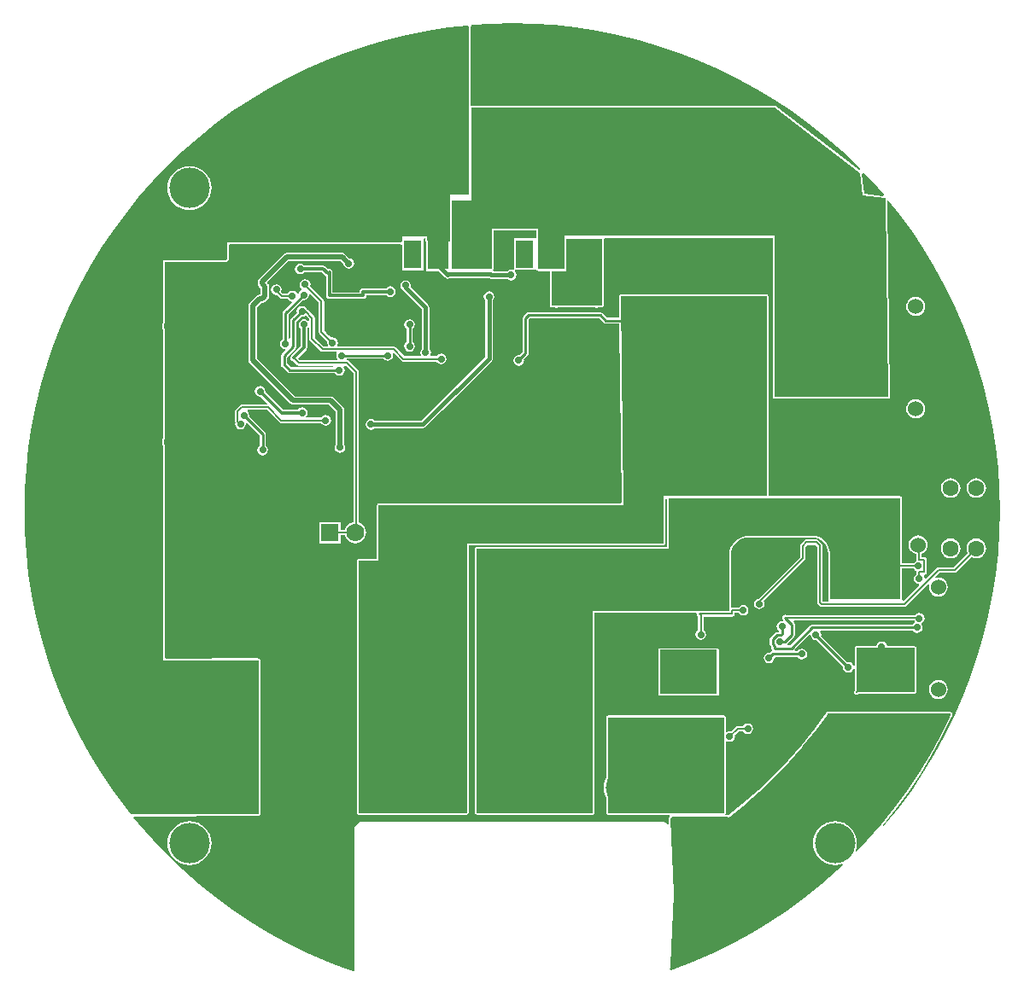
<source format=gbl>
G04 Layer_Physical_Order=2*
G04 Layer_Color=11436288*
%FSAX24Y24*%
%MOIN*%
G70*
G01*
G75*
%ADD28C,0.0071*%
%ADD29C,0.0100*%
%ADD30C,0.0197*%
%ADD31C,0.0157*%
%ADD32C,0.0118*%
%ADD33C,0.0189*%
%ADD34R,0.2234X0.1722*%
%ADD35R,0.0787X0.1181*%
%ADD36R,0.4528X0.3740*%
%ADD37O,0.0700X0.1100*%
%ADD38R,0.0700X0.1100*%
%ADD39C,0.0512*%
%ADD40R,0.0512X0.0512*%
%ADD41C,0.0591*%
%ADD42C,0.0630*%
%ADD43C,0.0600*%
%ADD44R,0.0700X0.0700*%
%ADD45C,0.0700*%
%ADD46C,0.0660*%
%ADD47C,0.2362*%
%ADD48C,0.1575*%
%ADD49C,0.1500*%
%ADD50C,0.0276*%
%ADD51C,0.0500*%
%ADD52C,0.0197*%
%ADD53R,0.2264X0.1722*%
G36*
X028698Y047380D02*
X026729D01*
Y048718D01*
X027320D01*
Y049348D01*
Y049988D01*
X028698D01*
Y047380D01*
D02*
G37*
G36*
X026149Y050096D02*
Y050023D01*
X026107Y050005D01*
X026099Y050005D01*
X025273D01*
Y048794D01*
X025239Y048769D01*
X025226Y048764D01*
X025150Y048779D01*
X025070Y048763D01*
X025004Y048719D01*
X024470D01*
X024455Y048769D01*
X024458Y048771D01*
X024472Y048793D01*
X024478Y048819D01*
Y050325D01*
X026149D01*
Y050096D01*
D02*
G37*
G36*
X038780Y052559D02*
X038878Y051673D01*
X039764Y051575D01*
X039862Y043799D01*
X035433D01*
Y050096D01*
X027241D01*
Y048797D01*
X026217D01*
Y050096D01*
Y050394D01*
X024409D01*
Y048819D01*
X022835D01*
Y051476D01*
X023622D01*
Y055118D01*
X035433D01*
X038780Y052559D01*
D02*
G37*
G36*
X042252Y031456D02*
X042252D01*
X042252Y031456D01*
X042259Y031454D01*
X042291Y031441D01*
X042296Y031438D01*
X042299Y031434D01*
X042299Y031434D01*
X042299Y031434D01*
X042300Y031432D01*
X042301Y031430D01*
X042311Y031388D01*
X042306Y031373D01*
X042286Y031343D01*
X042286D01*
Y031343D01*
X042280Y031328D01*
X042269Y031298D01*
X042260Y031278D01*
Y031278D01*
X041894Y030536D01*
X041496Y029811D01*
X041067Y029104D01*
X040608Y028417D01*
X040119Y027750D01*
X039601Y027105D01*
X039056Y026483D01*
X038641Y026049D01*
X038596Y026075D01*
X038637Y026210D01*
X038654Y026378D01*
X038637Y026545D01*
X038588Y026706D01*
X038509Y026855D01*
X038402Y026985D01*
X038272Y027092D01*
X038124Y027171D01*
X037963Y027220D01*
X037795Y027236D01*
X037628Y027220D01*
X037467Y027171D01*
X037318Y027092D01*
X037188Y026985D01*
X037081Y026855D01*
X037002Y026706D01*
X036953Y026545D01*
X036937Y026378D01*
X036953Y026210D01*
X037002Y026049D01*
X037081Y025901D01*
X037188Y025771D01*
X037318Y025664D01*
X037467Y025585D01*
X037628Y025536D01*
X037795Y025519D01*
X037963Y025536D01*
X038085Y025573D01*
X038111Y025529D01*
X037887Y025314D01*
X037265Y024769D01*
X036620Y024251D01*
X035954Y023762D01*
X035266Y023303D01*
X034559Y022874D01*
X033834Y022476D01*
X033093Y022111D01*
X032336Y021777D01*
X031565Y021478D01*
X031400Y021422D01*
X031400Y021423D01*
X031395Y021421D01*
X031349Y021448D01*
Y021469D01*
X031367Y021515D01*
X031385Y021521D01*
X031385Y021521D01*
X031385Y021521D01*
X031383Y021533D01*
X031384Y021563D01*
X031496Y024409D01*
X031378Y027338D01*
X031378Y027338D01*
X031378Y027342D01*
X031379Y027345D01*
X031379Y027346D01*
X031396Y027380D01*
X031399Y027383D01*
X031442Y027401D01*
X031442D01*
Y027401D01*
X033600Y027406D01*
X033604Y027405D01*
X033607D01*
X033609Y027404D01*
X033610Y027404D01*
X033611Y027403D01*
X033652Y027380D01*
X033652Y027380D01*
Y027380D01*
X033689Y027410D01*
X033689Y027410D01*
X033692Y027413D01*
X033692Y027413D01*
X033692Y027413D01*
X033692Y027413D01*
X033693Y027413D01*
X033693Y027413D01*
X033693Y027413D01*
X033693Y027413D01*
X034198Y027819D01*
X034231Y027845D01*
X034348Y027948D01*
X034849Y028387D01*
X034849Y028387D01*
X034850Y028388D01*
X035107Y028634D01*
X035443Y028955D01*
X035443Y028955D01*
X035444Y028956D01*
X035445Y028958D01*
X035445Y028958D01*
X036012Y029550D01*
X036012Y029550D01*
X036013Y029551D01*
X036014Y029552D01*
X036014Y029552D01*
X036507Y030115D01*
X036555Y030169D01*
X037070Y030810D01*
X037080Y030824D01*
X037460Y031342D01*
X037478Y031367D01*
X037488Y031381D01*
Y031381D01*
D01*
X037496Y031429D01*
X037497Y031430D01*
X037497Y031432D01*
X037498Y031434D01*
X037498Y031435D01*
X037500Y031438D01*
X037503Y031439D01*
X037504Y031440D01*
X037538Y031450D01*
X037541Y031451D01*
X037544Y031452D01*
X037548Y031452D01*
X037551Y031452D01*
X042246Y031457D01*
X042252Y031456D01*
D02*
G37*
G36*
X040301Y050960D02*
X040792Y050290D01*
X041253Y049599D01*
X041684Y048889D01*
X042084Y048161D01*
X042451Y047416D01*
X042786Y046656D01*
X043087Y045881D01*
X043354Y045095D01*
X043586Y044297D01*
X043783Y043491D01*
X043945Y042676D01*
X044072Y041855D01*
X044162Y041029D01*
X044217Y040201D01*
X044234Y039384D01*
X044233Y039370D01*
X044234Y039356D01*
X044217Y038540D01*
X044162Y037711D01*
X044072Y036885D01*
X043945Y036064D01*
X043783Y035250D01*
X043586Y034443D01*
X043354Y033645D01*
X043087Y032859D01*
X042786Y032085D01*
X042451Y031324D01*
X042084Y030579D01*
X041684Y029851D01*
X041253Y029141D01*
X040792Y028450D01*
X040301Y027781D01*
X039781Y027133D01*
X039717Y027060D01*
X039679Y027092D01*
X040172Y027707D01*
X040173Y027708D01*
X040174Y027709D01*
X040663Y028376D01*
X040663Y028378D01*
X040665Y028379D01*
X041124Y029066D01*
X041124Y029068D01*
X041125Y029069D01*
X041554Y029776D01*
X041555Y029777D01*
X041556Y029778D01*
X041954Y030503D01*
X041954Y030505D01*
X041955Y030506D01*
X042321Y031247D01*
X042321Y031249D01*
X042322Y031250D01*
X042349Y031310D01*
X042370Y031346D01*
X042372Y031351D01*
X042375Y031355D01*
X042380Y031366D01*
D01*
X042380Y031366D01*
X042382Y031379D01*
X042385Y031392D01*
Y031392D01*
Y031392D01*
X042382Y031405D01*
X042380Y031418D01*
X042380Y031418D01*
D01*
X042360Y031465D01*
X042360Y031465D01*
Y031465D01*
X042355Y031472D01*
X042345Y031487D01*
X042345Y031487D01*
X042345Y031487D01*
X042323Y031502D01*
X042279Y031520D01*
X042279Y031520D01*
X042279Y031520D01*
X042266Y031523D01*
X042253Y031525D01*
X042253Y031525D01*
X042253Y031525D01*
X037544Y031520D01*
X037534Y031518D01*
X037524Y031517D01*
X037480Y031504D01*
X037477Y031502D01*
X037474Y031502D01*
X037474Y031502D01*
X037474Y031502D01*
X037473Y031502D01*
X037465Y031496D01*
X037456Y031491D01*
X037454Y031489D01*
X037452Y031487D01*
X037452Y031487D01*
X037451Y031487D01*
X037446Y031478D01*
X037439Y031471D01*
X037439Y031468D01*
X037437Y031465D01*
X037437Y031465D01*
X037437Y031465D01*
X037431Y031452D01*
X037430Y031444D01*
X037427Y031436D01*
X037423Y031407D01*
X037016Y030852D01*
X036503Y030213D01*
X035962Y029597D01*
X035396Y029005D01*
X034804Y028438D01*
X034187Y027898D01*
X033650Y027467D01*
X033650Y027467D01*
X033650Y027467D01*
X033649Y027466D01*
X033649Y027466D01*
X033646Y027463D01*
X033633Y027469D01*
X033633Y027469D01*
X033633Y027469D01*
X033631Y027469D01*
X033629Y027471D01*
X033618Y027472D01*
X033607Y027474D01*
X033607Y027474D01*
X033607Y027474D01*
X033544Y027474D01*
X033538Y027480D01*
X033522Y027524D01*
X033528Y027533D01*
X033533Y027559D01*
Y030335D01*
X033583Y030362D01*
X033603Y030348D01*
X033683Y030333D01*
X033763Y030348D01*
X033830Y030394D01*
X033876Y030461D01*
X033892Y030541D01*
X033881Y030592D01*
X034036Y030747D01*
X034216D01*
X034245Y030704D01*
X034313Y030658D01*
X034393Y030643D01*
X034473Y030658D01*
X034540Y030704D01*
X034586Y030771D01*
X034602Y030851D01*
X034586Y030931D01*
X034540Y030999D01*
X034473Y031044D01*
X034393Y031060D01*
X034313Y031044D01*
X034245Y030999D01*
X034216Y030956D01*
X033993D01*
X033953Y030948D01*
X033919Y030925D01*
X033919Y030925D01*
X033734Y030740D01*
X033683Y030750D01*
X033603Y030734D01*
X033583Y030721D01*
X033533Y030747D01*
Y031299D01*
X033528Y031325D01*
X033513Y031347D01*
X033491Y031362D01*
X033465Y031367D01*
X028937D01*
X028911Y031362D01*
X028889Y031347D01*
X028874Y031325D01*
X028869Y031299D01*
Y028939D01*
X028833Y028872D01*
X028784Y028711D01*
X028768Y028543D01*
X028784Y028376D01*
X028833Y028215D01*
X028869Y028148D01*
Y027559D01*
X028874Y027533D01*
X028889Y027511D01*
X028911Y027496D01*
X028937Y027491D01*
X031337D01*
X031340Y027485D01*
X031355Y027437D01*
X031354Y027436D01*
X031353Y027436D01*
X031346Y027426D01*
X031338Y027416D01*
X031317Y027372D01*
X031316Y027369D01*
X031314Y027365D01*
X031312Y027356D01*
X031309Y027347D01*
X031310Y027343D01*
X031309Y027339D01*
X031318Y027132D01*
X031268Y027114D01*
X031259Y027126D01*
X031196Y027174D01*
X031122Y027205D01*
X031043Y027215D01*
X019351D01*
X019271Y027205D01*
X019198Y027174D01*
X019134Y027126D01*
X019086Y027062D01*
X019055Y026988D01*
X019045Y026909D01*
Y021401D01*
X019004Y021372D01*
X018686Y021480D01*
X017911Y021781D01*
X017151Y022116D01*
X016406Y022483D01*
X015678Y022883D01*
X014968Y023314D01*
X014277Y023775D01*
X013607Y024266D01*
X012960Y024786D01*
X012335Y025334D01*
X011735Y025908D01*
X011161Y026508D01*
X010613Y027133D01*
X010412Y027383D01*
X010434Y027428D01*
X015238Y027432D01*
X015238D01*
X015251Y027432D01*
X015256Y027433D01*
X015258Y027433D01*
X015259Y027434D01*
X015265Y027434D01*
X015270Y027435D01*
X015270Y027435D01*
X015270D01*
X015275Y027435D01*
X015280Y027437D01*
X015281Y027438D01*
X015283Y027438D01*
X015288Y027439D01*
X015323Y027452D01*
X015327Y027454D01*
X015327Y027454D01*
X015328Y027455D01*
X015329Y027455D01*
X015330Y027455D01*
X015332Y027457D01*
X015337Y027459D01*
X015341Y027461D01*
X015344Y027464D01*
X015350Y027468D01*
X015351Y027469D01*
X015352Y027470D01*
X015356Y027476D01*
X015360Y027479D01*
X015362Y027483D01*
X015364Y027488D01*
X015366Y027490D01*
X015366Y027491D01*
X015367Y027492D01*
X015367Y027492D01*
X015367Y027492D01*
X015370Y027497D01*
X015383Y027527D01*
X015384Y027534D01*
X015387Y027540D01*
X015388Y027547D01*
X015388Y027547D01*
X015389Y027553D01*
X015389Y027560D01*
X015389Y027560D01*
Y027560D01*
X015389Y027561D01*
X015390Y027567D01*
X015385Y033459D01*
X015384Y033464D01*
X015384Y033465D01*
X015384Y033467D01*
X015384Y033472D01*
X015383Y033477D01*
X015383Y033477D01*
X015382Y033482D01*
X015381Y033487D01*
X015380Y033489D01*
X015380Y033490D01*
X015379Y033495D01*
X015366Y033530D01*
X015363Y033535D01*
X015363Y033535D01*
X015363Y033535D01*
X015363Y033536D01*
X015362Y033537D01*
X015361Y033540D01*
X015359Y033545D01*
X015357Y033548D01*
X015353Y033551D01*
X015350Y033557D01*
X015348Y033558D01*
X015348Y033559D01*
X015342Y033563D01*
X015338Y033567D01*
X015335Y033569D01*
X015330Y033571D01*
X015328Y033573D01*
X015327Y033574D01*
X015326Y033574D01*
X015326Y033574D01*
X015325Y033574D01*
X015321Y033577D01*
X015290Y033590D01*
X015284Y033591D01*
X015284Y033591D01*
X015283Y033591D01*
X015283Y033591D01*
X015283Y033591D01*
X015277Y033594D01*
X015271Y033595D01*
X015271D01*
X015265Y033596D01*
X015258D01*
X015258Y033596D01*
X015258D01*
X015258Y033596D01*
X015251Y033598D01*
X015247Y033598D01*
X015247Y033598D01*
X015247Y033598D01*
X011695Y033593D01*
X011666Y033614D01*
X011645Y033643D01*
Y041896D01*
Y041896D01*
X011644Y041903D01*
Y041909D01*
X011641Y041922D01*
X011639Y041928D01*
X011638Y041935D01*
X011621Y041975D01*
Y041975D01*
Y041975D01*
X011619Y041991D01*
Y041991D01*
X011610Y042061D01*
X011619Y042130D01*
Y042130D01*
X011621Y042146D01*
Y042146D01*
Y042146D01*
X011630Y042167D01*
X011638Y042186D01*
X011639Y042193D01*
X011641Y042199D01*
X011644Y042212D01*
X011644Y042219D01*
X011645Y042225D01*
Y046424D01*
X011644Y046430D01*
Y046437D01*
X011641Y046450D01*
X011639Y046456D01*
X011638Y046463D01*
X011621Y046502D01*
Y046502D01*
Y046502D01*
X011619Y046519D01*
Y046519D01*
X011610Y046588D01*
X011619Y046657D01*
Y046657D01*
X011621Y046674D01*
Y046674D01*
Y046674D01*
X011630Y046695D01*
X011638Y046714D01*
X011639Y046720D01*
X011641Y046726D01*
X011644Y046739D01*
X011644Y046746D01*
X011645Y046753D01*
Y049086D01*
X014001D01*
X014006Y049087D01*
X014008D01*
X014009Y049087D01*
X014015Y049087D01*
X014020Y049088D01*
X014020D01*
X014025Y049089D01*
X014030Y049091D01*
X014031Y049091D01*
X014033Y049092D01*
X014038Y049092D01*
X014073Y049105D01*
X014077Y049108D01*
X014077Y049108D01*
X014078Y049108D01*
X014079Y049108D01*
X014080Y049109D01*
X014082Y049110D01*
X014087Y049113D01*
X014091Y049115D01*
X014094Y049118D01*
X014100Y049122D01*
X014101Y049123D01*
X014102Y049124D01*
X014106Y049130D01*
X014110Y049133D01*
X014112Y049136D01*
X014114Y049141D01*
X014116Y049143D01*
X014116Y049144D01*
X014117Y049145D01*
X014117Y049146D01*
X014117Y049146D01*
X014120Y049150D01*
X014133Y049181D01*
X014134Y049187D01*
X014134Y049187D01*
X014134Y049188D01*
X014134Y049188D01*
X014134Y049188D01*
X014134Y049189D01*
X014137Y049195D01*
X014138Y049201D01*
X014138Y049201D01*
X014139Y049206D01*
Y049213D01*
X014139Y049214D01*
Y049214D01*
X014139Y049214D01*
X014140Y049220D01*
X014136Y049739D01*
X014172Y049775D01*
X020188D01*
X020188Y049775D01*
X020188Y049775D01*
X020237Y049775D01*
X020237D01*
X020237Y049775D01*
X020237Y049775D01*
X020237D01*
X020237D01*
X020237Y049775D01*
X020237D01*
X020237D01*
X020238Y049775D01*
X020238Y049775D01*
X020238Y049775D01*
X020279Y049774D01*
X020279Y049774D01*
X020279Y049774D01*
X020287Y049774D01*
X020287Y049774D01*
X020287Y049774D01*
X020848Y049765D01*
X020873Y049750D01*
X020892Y049732D01*
X020895Y049727D01*
Y048751D01*
X021729D01*
Y049985D01*
X021762Y050021D01*
X021763D01*
X021804Y049999D01*
X021805Y049953D01*
X021806Y049947D01*
Y049941D01*
X021806Y049939D01*
X021806Y049939D01*
Y049939D01*
X021808Y049933D01*
X021810Y049927D01*
X021810Y049926D01*
X021810Y049926D01*
X021810Y049926D01*
X021811Y049920D01*
X021824Y049888D01*
X021830Y049878D01*
X021836Y049868D01*
X021838Y049867D01*
X021839Y049865D01*
X021848Y049859D01*
Y048777D01*
X021853Y048751D01*
X021868Y048729D01*
X021890Y048714D01*
X021916Y048709D01*
X022341D01*
X022585Y048465D01*
X022633Y048433D01*
X022690Y048421D01*
X022747Y048433D01*
X022776Y048453D01*
X024280D01*
X024309Y048433D01*
X024366Y048421D01*
X024366Y048421D01*
X025004D01*
X025070Y048377D01*
X025150Y048361D01*
X025230Y048377D01*
X025298Y048422D01*
X025343Y048490D01*
X025359Y048570D01*
X025343Y048650D01*
X025298Y048718D01*
X025293Y048721D01*
X025308Y048771D01*
X026103D01*
X026107Y048771D01*
X026133Y048771D01*
X026156Y048769D01*
X026169Y048749D01*
X026191Y048734D01*
X026217Y048729D01*
X026652D01*
X026661Y048718D01*
Y047380D01*
X026666Y047354D01*
X026681Y047331D01*
X026703Y047317D01*
X026729Y047312D01*
X026836D01*
X026846Y047305D01*
X026926Y047289D01*
X027006Y047305D01*
X027016Y047312D01*
X028411D01*
X028421Y047305D01*
X028501Y047289D01*
X028581Y047305D01*
X028590Y047312D01*
X028698D01*
X028724Y047317D01*
X028746Y047331D01*
X028761Y047354D01*
X028766Y047380D01*
Y049988D01*
X028807Y050028D01*
X035365D01*
Y043799D01*
X035370Y043773D01*
X035385Y043751D01*
X035407Y043736D01*
X035433Y043731D01*
X039862D01*
X039863Y043731D01*
X039863Y043731D01*
X039876Y043734D01*
X039888Y043736D01*
X039889Y043736D01*
X039889Y043737D01*
X039900Y043744D01*
X039910Y043751D01*
X039911Y043751D01*
X039911Y043752D01*
X039918Y043762D01*
X039925Y043773D01*
X039925Y043774D01*
X039926Y043774D01*
X039928Y043787D01*
X039930Y043799D01*
X039930Y043800D01*
X039930Y043800D01*
X039833Y051466D01*
X039880Y051483D01*
X040301Y050960D01*
D02*
G37*
G36*
X039233Y052232D02*
X039702Y051697D01*
X039679Y051653D01*
X038940Y051735D01*
X038853Y052518D01*
X038896Y052570D01*
X038908Y052572D01*
X039233Y052232D01*
D02*
G37*
G36*
X026027Y058390D02*
X026856Y058335D01*
X027682Y058245D01*
X028503Y058119D01*
X029317Y057957D01*
X030124Y057759D01*
X030922Y057527D01*
X031708Y057260D01*
X032482Y056959D01*
X033243Y056624D01*
X033988Y056257D01*
X034716Y055857D01*
X035426Y055426D01*
X036117Y054965D01*
X036786Y054474D01*
X037434Y053954D01*
X038059Y053406D01*
X038659Y052832D01*
X038771Y052714D01*
X038738Y052677D01*
X035475Y055172D01*
X035467Y055176D01*
X035459Y055181D01*
X035455Y055182D01*
X035451Y055184D01*
X035442Y055185D01*
X035433Y055186D01*
X023622D01*
X023622Y055186D01*
X023575Y055219D01*
X023572Y055223D01*
X023574Y058282D01*
X023573Y058288D01*
X023573Y058292D01*
X023592Y058327D01*
X023608Y058340D01*
X024366Y058390D01*
X025197Y058408D01*
X026027Y058390D01*
D02*
G37*
G36*
X023473Y058324D02*
X023506Y058282D01*
X023504Y055224D01*
Y055224D01*
X023501Y051762D01*
X023484Y051720D01*
X023437Y051703D01*
X023437Y051703D01*
Y051703D01*
X022768D01*
X022769Y051488D01*
X022766Y051476D01*
Y049906D01*
X022754Y049878D01*
X022746Y049874D01*
X022706Y049863D01*
Y049863D01*
X021979Y049890D01*
X021929Y049892D01*
X021929Y049892D01*
X021888Y049913D01*
X021875Y049945D01*
X021873Y049951D01*
X021873Y049952D01*
Y049952D01*
X021873Y049954D01*
X021872Y050000D01*
Y050000D01*
X021872D01*
Y050000D01*
Y050089D01*
X020918D01*
X020920Y050010D01*
X020895Y049985D01*
X020895D01*
Y049865D01*
X020893Y049864D01*
X020849Y049833D01*
X020288Y049842D01*
X020280Y049842D01*
X020239Y049843D01*
X020239Y049843D01*
X020239D01*
X020239D01*
X020238Y049843D01*
X020238D01*
X020238D01*
X020238Y049843D01*
X020238Y049843D01*
X020237Y049843D01*
X020237D01*
X020237D01*
X020237D01*
X020237Y049843D01*
X020237D01*
X020237Y049843D01*
X020237D01*
X020188Y049843D01*
X020188D01*
X014067D01*
X014072Y049220D01*
X014071Y049214D01*
Y049214D01*
X014071Y049213D01*
X014070Y049207D01*
X014057Y049176D01*
X014054Y049173D01*
X014054Y049172D01*
X014053Y049172D01*
X014049Y049169D01*
X014014Y049156D01*
X014009Y049156D01*
X014008Y049155D01*
X014006D01*
X014001Y049154D01*
X011577D01*
Y049086D01*
X011577Y049086D01*
X011577D01*
Y046753D01*
X011575Y046740D01*
X011567Y046721D01*
X011558Y046700D01*
X011555Y046692D01*
X011553Y046683D01*
X011551Y046666D01*
X011541Y046588D01*
X011551Y046510D01*
X011553Y046493D01*
X011555Y046484D01*
X011575Y046436D01*
X011577Y046424D01*
Y042225D01*
X011575Y042212D01*
X011567Y042193D01*
X011558Y042172D01*
X011555Y042164D01*
X011553Y042155D01*
X011551Y042139D01*
X011541Y042061D01*
X011551Y041982D01*
X011553Y041966D01*
X011555Y041957D01*
X011575Y041909D01*
X011577Y041896D01*
X011577Y041896D01*
X011577D01*
Y033628D01*
Y033524D01*
X011681Y033525D01*
X011681D01*
X011681D01*
X011681D01*
X011681D01*
X015247Y033529D01*
X015251Y033529D01*
X015258Y033528D01*
X015258D01*
X015258Y033528D01*
X015264Y033527D01*
X015295Y033514D01*
X015298Y033512D01*
X015299Y033511D01*
X015300Y033510D01*
X015302Y033507D01*
X015315Y033472D01*
X015316Y033466D01*
X015316Y033465D01*
X015316Y033464D01*
X015317Y033459D01*
X015322Y027566D01*
X015321Y027560D01*
Y027560D01*
X015321Y027560D01*
X015320Y027554D01*
X015307Y027523D01*
X015304Y027520D01*
X015304Y027518D01*
X015303Y027518D01*
X015299Y027516D01*
X015264Y027503D01*
X015259Y027502D01*
X015258Y027502D01*
X015256Y027502D01*
X015251Y027501D01*
X015238Y027501D01*
X010321Y027496D01*
X010093Y027781D01*
X009602Y028450D01*
X009140Y029141D01*
X008710Y029851D01*
X008310Y030579D01*
X007943Y031324D01*
X007608Y032085D01*
X007307Y032859D01*
X007040Y033645D01*
X006808Y034443D01*
X006610Y035250D01*
X006448Y036064D01*
X006322Y036885D01*
X006231Y037711D01*
X006177Y038540D01*
X006159Y039370D01*
X006177Y040201D01*
X006231Y041029D01*
X006322Y041855D01*
X006448Y042676D01*
X006610Y043491D01*
X006808Y044297D01*
X007040Y045095D01*
X007307Y045881D01*
X007608Y046656D01*
X007943Y047416D01*
X008310Y048161D01*
X008710Y048889D01*
X009140Y049599D01*
X009602Y050290D01*
X010093Y050960D01*
X010613Y051607D01*
X011161Y052232D01*
X011735Y052832D01*
X012335Y053406D01*
X012960Y053954D01*
X013607Y054474D01*
X014277Y054965D01*
X014968Y055426D01*
X015678Y055857D01*
X016406Y056257D01*
X017151Y056624D01*
X017911Y056959D01*
X018686Y057260D01*
X019472Y057527D01*
X020269Y057759D01*
X021076Y057957D01*
X021891Y058119D01*
X022712Y058245D01*
X023469Y058328D01*
X023473Y058324D01*
D02*
G37*
%LPC*%
G36*
X043315Y040641D02*
X043215Y040628D01*
X043122Y040589D01*
X043043Y040528D01*
X042981Y040448D01*
X042943Y040356D01*
X042930Y040256D01*
X042943Y040156D01*
X042981Y040063D01*
X043043Y039984D01*
X043122Y039922D01*
X043215Y039884D01*
X043315Y039871D01*
X043415Y039884D01*
X043508Y039922D01*
X043587Y039984D01*
X043649Y040063D01*
X043687Y040156D01*
X043700Y040256D01*
X043687Y040356D01*
X043649Y040448D01*
X043587Y040528D01*
X043508Y040589D01*
X043415Y040628D01*
X043315Y040641D01*
D02*
G37*
G36*
X015361Y044238D02*
X015281Y044222D01*
X015213Y044177D01*
X015168Y044109D01*
X015152Y044029D01*
X015168Y043949D01*
X015213Y043882D01*
X015281Y043836D01*
X015361Y043821D01*
X015377Y043824D01*
X015643Y043558D01*
X015622Y043508D01*
X014646D01*
X014607Y043500D01*
X014573Y043477D01*
X014573Y043477D01*
X014413Y043317D01*
X014390Y043283D01*
X014382Y043243D01*
X014382Y043243D01*
Y042853D01*
X014382Y042853D01*
X014390Y042813D01*
X014399Y042800D01*
X014388Y042743D01*
X014404Y042663D01*
X014449Y042596D01*
X014517Y042551D01*
X014596Y042535D01*
X014676Y042551D01*
X014744Y042596D01*
X014789Y042663D01*
X014805Y042743D01*
X014797Y042783D01*
X014843Y042807D01*
X015340Y042311D01*
Y041897D01*
X015312Y041878D01*
X015267Y041810D01*
X015251Y041730D01*
X015267Y041650D01*
X015312Y041583D01*
X015380Y041537D01*
X015459Y041521D01*
X015539Y041537D01*
X015607Y041583D01*
X015652Y041650D01*
X015668Y041730D01*
X015652Y041810D01*
X015607Y041878D01*
X015579Y041897D01*
Y042360D01*
X015570Y042406D01*
X015544Y042444D01*
X014929Y043059D01*
X014936Y043092D01*
X014920Y043172D01*
X014875Y043240D01*
X014861Y043249D01*
X014876Y043299D01*
X015633D01*
X016113Y042820D01*
X016147Y042797D01*
X016153Y042796D01*
X016186Y042789D01*
X016186Y042789D01*
X017740D01*
X017769Y042746D01*
X017837Y042701D01*
X017916Y042685D01*
X017996Y042701D01*
X018064Y042746D01*
X018109Y042813D01*
X018125Y042893D01*
X018109Y042973D01*
X018064Y043041D01*
X017996Y043086D01*
X017916Y043102D01*
X017837Y043086D01*
X017769Y043041D01*
X017740Y042998D01*
X017172D01*
X017159Y043026D01*
X017153Y043048D01*
X017196Y043111D01*
X017211Y043191D01*
X017196Y043271D01*
X017150Y043338D01*
X017083Y043384D01*
X017003Y043399D01*
X016923Y043384D01*
X016855Y043338D01*
X016842Y043319D01*
X016245D01*
X015564Y044000D01*
X015570Y044029D01*
X015554Y044109D01*
X015509Y044177D01*
X015441Y044222D01*
X015361Y044238D01*
D02*
G37*
G36*
X024296Y047932D02*
X024217Y047916D01*
X024149Y047871D01*
X024104Y047803D01*
X024088Y047723D01*
X024104Y047643D01*
X024148Y047577D01*
Y045385D01*
X022261Y043498D01*
X021650Y042887D01*
X019833D01*
X019766Y042931D01*
X019686Y042947D01*
X019607Y042931D01*
X019539Y042886D01*
X019494Y042818D01*
X019478Y042738D01*
X019494Y042658D01*
X019539Y042590D01*
X019607Y042545D01*
X019686Y042529D01*
X019766Y042545D01*
X019833Y042589D01*
X021711D01*
X021711Y042589D01*
X021768Y042601D01*
X021816Y042633D01*
X022471Y043288D01*
X024401Y045218D01*
X024401Y045218D01*
X024434Y045267D01*
X024445Y045323D01*
Y047577D01*
X024489Y047643D01*
X024505Y047723D01*
X024489Y047803D01*
X024444Y047871D01*
X024376Y047916D01*
X024296Y047932D01*
D02*
G37*
G36*
X042315Y040641D02*
X042215Y040628D01*
X042122Y040589D01*
X042043Y040528D01*
X041981Y040448D01*
X041943Y040356D01*
X041930Y040256D01*
X041943Y040156D01*
X041981Y040063D01*
X042043Y039984D01*
X042122Y039922D01*
X042215Y039884D01*
X042315Y039871D01*
X042415Y039884D01*
X042508Y039922D01*
X042587Y039984D01*
X042649Y040063D01*
X042687Y040156D01*
X042700Y040256D01*
X042687Y040356D01*
X042649Y040448D01*
X042587Y040528D01*
X042508Y040589D01*
X042415Y040628D01*
X042315Y040641D01*
D02*
G37*
G36*
X041831Y032752D02*
X041735Y032739D01*
X041646Y032702D01*
X041569Y032644D01*
X041510Y032567D01*
X041473Y032478D01*
X041461Y032382D01*
X041473Y032286D01*
X041510Y032197D01*
X041569Y032120D01*
X041646Y032061D01*
X041735Y032024D01*
X041831Y032012D01*
X041926Y032024D01*
X042016Y032061D01*
X042092Y032120D01*
X042151Y032197D01*
X042188Y032286D01*
X042201Y032382D01*
X042188Y032478D01*
X042151Y032567D01*
X042092Y032644D01*
X042016Y032702D01*
X041926Y032739D01*
X041831Y032752D01*
D02*
G37*
G36*
X012598Y027236D02*
X012431Y027220D01*
X012270Y027171D01*
X012121Y027092D01*
X011991Y026985D01*
X011885Y026855D01*
X011805Y026706D01*
X011756Y026545D01*
X011740Y026378D01*
X011756Y026210D01*
X011805Y026049D01*
X011885Y025901D01*
X011991Y025771D01*
X012121Y025664D01*
X012270Y025585D01*
X012431Y025536D01*
X012598Y025519D01*
X012766Y025536D01*
X012927Y025585D01*
X013075Y025664D01*
X013205Y025771D01*
X013312Y025901D01*
X013392Y026049D01*
X013440Y026210D01*
X013457Y026378D01*
X013440Y026545D01*
X013392Y026706D01*
X013312Y026855D01*
X013205Y026985D01*
X013075Y027092D01*
X012927Y027171D01*
X012766Y027220D01*
X012598Y027236D01*
D02*
G37*
G36*
X033199Y033995D02*
X030965D01*
X030938Y033990D01*
X030916Y033975D01*
X030902Y033953D01*
X030896Y033927D01*
Y032205D01*
X030902Y032179D01*
X030916Y032156D01*
X030938Y032142D01*
X030965Y032136D01*
X033199D01*
X033225Y032142D01*
X033247Y032156D01*
X033262Y032179D01*
X033267Y032205D01*
Y033927D01*
X033262Y033953D01*
X033247Y033975D01*
X033225Y033990D01*
X033199Y033995D01*
D02*
G37*
G36*
X042315Y038279D02*
X042215Y038266D01*
X042122Y038227D01*
X042043Y038166D01*
X041981Y038086D01*
X041943Y037993D01*
X041930Y037894D01*
X041943Y037794D01*
X041981Y037701D01*
X042043Y037621D01*
X042122Y037560D01*
X042215Y037522D01*
X042315Y037509D01*
X042415Y037522D01*
X042508Y037560D01*
X042587Y037621D01*
X042649Y037701D01*
X042687Y037794D01*
X042700Y037894D01*
X042687Y037993D01*
X042649Y038086D01*
X042587Y038166D01*
X042508Y038227D01*
X042415Y038266D01*
X042315Y038279D01*
D02*
G37*
G36*
X041083Y035370D02*
X041003Y035354D01*
X040935Y035309D01*
X040919Y035285D01*
X035907D01*
X035898Y035291D01*
X035853Y035300D01*
X035807Y035291D01*
X035769Y035265D01*
X035743Y035226D01*
X035734Y035181D01*
X035743Y035135D01*
X035769Y035096D01*
X035771Y035094D01*
X035747Y035048D01*
X035728Y035051D01*
X035648Y035035D01*
X035581Y034990D01*
X035536Y034922D01*
X035520Y034843D01*
X035536Y034763D01*
X035581Y034695D01*
X035609Y034676D01*
Y034626D01*
X035524D01*
X035479Y034617D01*
X035440Y034591D01*
X035291Y034442D01*
X035265Y034403D01*
X035256Y034357D01*
Y034146D01*
X035265Y034101D01*
X035291Y034062D01*
X035314Y034039D01*
Y033991D01*
X035323Y033946D01*
X035333Y033931D01*
X035330Y033913D01*
X035317Y033873D01*
X035316Y033873D01*
X035287Y033853D01*
X035250Y033816D01*
X035217Y033823D01*
X035137Y033807D01*
X035069Y033762D01*
X035024Y033694D01*
X035008Y033614D01*
X035024Y033534D01*
X035069Y033466D01*
X035137Y033421D01*
X035217Y033405D01*
X035296Y033421D01*
X035364Y033466D01*
X035409Y033534D01*
X035425Y033614D01*
X035469Y033649D01*
X036333D01*
X036352Y033621D01*
X036420Y033576D01*
X036500Y033560D01*
X036580Y033576D01*
X036648Y033621D01*
X036693Y033689D01*
X036709Y033768D01*
X036693Y033848D01*
X036648Y033916D01*
X036580Y033961D01*
X036500Y033977D01*
X036420Y033961D01*
X036352Y033916D01*
X036333Y033888D01*
X036239D01*
X036218Y033938D01*
X036798Y034518D01*
X036847Y034496D01*
X036860Y034431D01*
X036905Y034364D01*
X036973Y034318D01*
X037053Y034303D01*
X037086Y034309D01*
X038113Y033283D01*
X038106Y033249D01*
X038122Y033169D01*
X038167Y033102D01*
X038235Y033056D01*
X038315Y033040D01*
X038395Y033056D01*
X038463Y033102D01*
X038508Y033169D01*
X038514Y033199D01*
X038564Y033194D01*
Y032363D01*
X038558Y032357D01*
X038535Y032323D01*
X038528Y032283D01*
X038535Y032244D01*
X038558Y032210D01*
X038592Y032187D01*
X038632Y032179D01*
X038672Y032187D01*
X038706Y032210D01*
X038711Y032215D01*
X040896D01*
X040922Y032220D01*
X040944Y032235D01*
X040959Y032257D01*
X040964Y032283D01*
Y034006D01*
X040959Y034032D01*
X040944Y034054D01*
X040922Y034069D01*
X040896Y034074D01*
X039827D01*
X039816Y034131D01*
X039770Y034199D01*
X039703Y034244D01*
X039623Y034260D01*
X039543Y034244D01*
X039475Y034199D01*
X039430Y034131D01*
X039419Y034074D01*
X038632D01*
X038606Y034069D01*
X038584Y034054D01*
X038569Y034032D01*
X038564Y034006D01*
Y033305D01*
X038514Y033300D01*
X038508Y033329D01*
X038463Y033397D01*
X038395Y033442D01*
X038315Y033458D01*
X038282Y033451D01*
X037255Y034478D01*
X037262Y034511D01*
X037246Y034591D01*
X037218Y034632D01*
X037245Y034682D01*
X040836D01*
X040855Y034654D01*
X040923Y034608D01*
X041003Y034593D01*
X041083Y034608D01*
X041150Y034654D01*
X041196Y034721D01*
X041212Y034801D01*
X041196Y034881D01*
X041170Y034919D01*
X041164Y034962D01*
X041184Y034982D01*
X041230Y035014D01*
X041276Y035081D01*
X041292Y035161D01*
X041276Y035241D01*
X041230Y035309D01*
X041163Y035354D01*
X041083Y035370D01*
D02*
G37*
G36*
X040945Y043713D02*
X040849Y043700D01*
X040760Y043663D01*
X040683Y043604D01*
X040624Y043528D01*
X040587Y043438D01*
X040575Y043343D01*
X040587Y043247D01*
X040624Y043157D01*
X040683Y043081D01*
X040760Y043022D01*
X040849Y042985D01*
X040945Y042972D01*
X041041Y042985D01*
X041130Y043022D01*
X041207Y043081D01*
X041265Y043157D01*
X041302Y043247D01*
X041315Y043343D01*
X041302Y043438D01*
X041265Y043528D01*
X041207Y043604D01*
X041130Y043663D01*
X041041Y043700D01*
X040945Y043713D01*
D02*
G37*
G36*
X012598Y052827D02*
X012431Y052810D01*
X012270Y052762D01*
X012121Y052682D01*
X011991Y052576D01*
X011885Y052445D01*
X011805Y052297D01*
X011756Y052136D01*
X011740Y051968D01*
X011756Y051801D01*
X011805Y051640D01*
X011885Y051492D01*
X011991Y051361D01*
X012121Y051255D01*
X012270Y051175D01*
X012431Y051127D01*
X012598Y051110D01*
X012766Y051127D01*
X012927Y051175D01*
X013075Y051255D01*
X013205Y051361D01*
X013312Y051492D01*
X013392Y051640D01*
X013440Y051801D01*
X013457Y051968D01*
X013440Y052136D01*
X013392Y052297D01*
X013312Y052445D01*
X013205Y052576D01*
X013075Y052682D01*
X012927Y052762D01*
X012766Y052810D01*
X012598Y052827D01*
D02*
G37*
G36*
X035138Y047804D02*
X029429D01*
X029429Y047804D01*
X029428Y047804D01*
X029416Y047802D01*
X029403Y047799D01*
X029403Y047799D01*
X029402Y047799D01*
X029392Y047792D01*
X029381Y047784D01*
X029381Y047784D01*
X029380Y047784D01*
X029373Y047773D01*
X029366Y047762D01*
X029366Y047762D01*
X029366Y047762D01*
X029363Y047749D01*
X029361Y047736D01*
X029361Y047736D01*
X029361Y047735D01*
X029370Y046945D01*
X029335Y046910D01*
X028895D01*
X028715Y047090D01*
X028676Y047116D01*
X028631Y047125D01*
X025843D01*
X025843Y047125D01*
X025843Y047125D01*
X025818Y047120D01*
X025798Y047116D01*
X025798Y047116D01*
X025798Y047116D01*
X025773Y047099D01*
X025759Y047090D01*
X025759Y047090D01*
X025759Y047090D01*
X025636Y046967D01*
X025624Y046949D01*
X025610Y046928D01*
X025610Y046928D01*
X025610Y046928D01*
X025605Y046905D01*
X025601Y046883D01*
Y045573D01*
X025468Y045439D01*
X025450Y045443D01*
X025370Y045427D01*
X025302Y045382D01*
X025257Y045314D01*
X025241Y045234D01*
X025257Y045154D01*
X025302Y045086D01*
X025370Y045041D01*
X025450Y045025D01*
X025529Y045041D01*
X025597Y045086D01*
X025642Y045154D01*
X025658Y045234D01*
X025649Y045283D01*
X025805Y045439D01*
X025805Y045439D01*
X025805D01*
X025830Y045477D01*
X025830Y045478D01*
X025830Y045478D01*
X025839Y045523D01*
Y046833D01*
X025893Y046887D01*
X028581D01*
X028762Y046706D01*
X028800Y046680D01*
X028846Y046671D01*
X029374D01*
X029458Y039671D01*
X029423Y039635D01*
X019980D01*
X019954Y039630D01*
X019932Y039615D01*
X019917Y039593D01*
X019912Y039567D01*
Y037470D01*
X019193D01*
X019167Y037465D01*
X019145Y037450D01*
X019130Y037428D01*
X019125Y037402D01*
Y027559D01*
X019130Y027533D01*
X019145Y027511D01*
X019167Y027496D01*
X019193Y027491D01*
X023425D01*
X023451Y027496D01*
X023473Y027511D01*
X023488Y027533D01*
X023493Y027559D01*
Y038022D01*
X031102D01*
X031128Y038028D01*
X031151Y038042D01*
X031165Y038064D01*
X031171Y038091D01*
Y039075D01*
Y039843D01*
X031181Y039848D01*
X031231Y039818D01*
Y037962D01*
X023819D01*
X023793Y037957D01*
X023771Y037942D01*
X023756Y037920D01*
X023751Y037894D01*
Y027559D01*
X023756Y027533D01*
X023771Y027511D01*
X023793Y027496D01*
X023819Y027491D01*
X028346D01*
X028373Y027496D01*
X028395Y027511D01*
X028410Y027533D01*
X028415Y027559D01*
Y035365D01*
X032387D01*
X032415Y035331D01*
X032423Y035291D01*
X032446Y035257D01*
X032455Y035248D01*
Y034704D01*
X032411Y034675D01*
X032366Y034607D01*
X032350Y034528D01*
X032366Y034448D01*
X032411Y034380D01*
X032479Y034335D01*
X032559Y034319D01*
X032639Y034335D01*
X032707Y034380D01*
X032752Y034448D01*
X032768Y034528D01*
X032752Y034607D01*
X032707Y034675D01*
X032663Y034704D01*
Y035226D01*
X033764D01*
X033804Y035234D01*
X033838Y035257D01*
X033860Y035291D01*
X033868Y035331D01*
Y035368D01*
X034036D01*
X034065Y035325D01*
X034133Y035280D01*
X034213Y035264D01*
X034292Y035280D01*
X034360Y035325D01*
X034405Y035393D01*
X034421Y035472D01*
X034405Y035552D01*
X034360Y035620D01*
X034292Y035665D01*
X034213Y035681D01*
X034133Y035665D01*
X034065Y035620D01*
X034036Y035577D01*
X033764D01*
X033729Y035605D01*
X033726Y037595D01*
X033740Y037739D01*
X033781Y037875D01*
X033848Y038000D01*
X033938Y038109D01*
X034047Y038199D01*
X034172Y038266D01*
X034308Y038307D01*
X034437Y038320D01*
X034449Y038318D01*
X034449Y038318D01*
X034449Y038318D01*
X036906Y038321D01*
X037031Y038309D01*
X037148Y038273D01*
X037256Y038215D01*
X037350Y038138D01*
X037428Y038043D01*
X037486Y037936D01*
X037521Y037819D01*
X037532Y037707D01*
X037530Y037697D01*
Y035925D01*
X037535Y035899D01*
X037549Y035879D01*
X037547Y035868D01*
X037532Y035829D01*
X037305D01*
Y037996D01*
X037301Y038015D01*
X037297Y038036D01*
X037297Y038036D01*
X037297Y038036D01*
X037286Y038053D01*
X037275Y038070D01*
X037137Y038208D01*
X037137Y038208D01*
X037137Y038208D01*
X037116Y038222D01*
X037103Y038230D01*
X037103Y038230D01*
X037103Y038230D01*
X037088Y038233D01*
X037063Y038238D01*
X037063Y038238D01*
X037063D01*
X036672D01*
X036672Y038238D01*
X036632Y038230D01*
X036621Y038223D01*
X036598Y038208D01*
X036598Y038208D01*
X036458Y038067D01*
X036435Y038033D01*
X036427Y037993D01*
X036427Y037993D01*
Y037559D01*
X034796Y035928D01*
X034763Y035921D01*
X034695Y035876D01*
X034650Y035808D01*
X034634Y035728D01*
X034650Y035648D01*
X034695Y035581D01*
X034763Y035535D01*
X034843Y035520D01*
X034922Y035535D01*
X034990Y035581D01*
X035035Y035648D01*
X035051Y035728D01*
X035035Y035808D01*
X035010Y035846D01*
X036605Y037442D01*
X036605Y037442D01*
X036628Y037476D01*
X036636Y037516D01*
Y037516D01*
Y037950D01*
X036715Y038029D01*
X037020D01*
X037096Y037953D01*
Y035784D01*
X037096Y035784D01*
X037096Y035784D01*
X037101Y035760D01*
X037104Y035744D01*
X037104Y035744D01*
X037104Y035744D01*
X037115Y035728D01*
X037127Y035711D01*
X037127Y035711D01*
X037127Y035711D01*
X037187Y035651D01*
X037205Y035639D01*
X037221Y035628D01*
X037221Y035628D01*
X037221Y035628D01*
X037242Y035624D01*
X037261Y035620D01*
X040495D01*
X040495Y035620D01*
X040535Y035628D01*
X040569Y035651D01*
X040727Y035809D01*
X041435Y036517D01*
X041478Y036489D01*
X041473Y036478D01*
X041461Y036382D01*
X041473Y036286D01*
X041510Y036197D01*
X041569Y036120D01*
X041646Y036061D01*
X041735Y036024D01*
X041831Y036012D01*
X041926Y036024D01*
X042016Y036061D01*
X042092Y036120D01*
X042151Y036197D01*
X042188Y036286D01*
X042201Y036382D01*
X042188Y036478D01*
X042151Y036567D01*
X042092Y036644D01*
X042016Y036702D01*
X041926Y036739D01*
X041831Y036752D01*
X041735Y036739D01*
X041724Y036735D01*
X041695Y036777D01*
X041868Y036949D01*
X042475D01*
X042475Y036949D01*
X042515Y036957D01*
X042549Y036980D01*
X043127Y037558D01*
X043215Y037522D01*
X043315Y037509D01*
X043415Y037522D01*
X043508Y037560D01*
X043587Y037621D01*
X043649Y037701D01*
X043687Y037794D01*
X043700Y037894D01*
X043687Y037993D01*
X043649Y038086D01*
X043587Y038166D01*
X043508Y038227D01*
X043415Y038266D01*
X043315Y038279D01*
X043215Y038266D01*
X043122Y038227D01*
X043043Y038166D01*
X042981Y038086D01*
X042943Y037993D01*
X042930Y037894D01*
X042943Y037794D01*
X042979Y037706D01*
X042432Y037158D01*
X041824D01*
X041784Y037150D01*
X041750Y037127D01*
X041750Y037127D01*
X041339Y036716D01*
X041287Y036735D01*
X041276Y036792D01*
X041264Y036810D01*
X041277Y036844D01*
X041290Y036861D01*
X041323Y036868D01*
X041357Y036891D01*
X041380Y036925D01*
X041388Y036965D01*
Y037445D01*
X041380Y037485D01*
X041357Y037519D01*
X041323Y037541D01*
X041283Y037549D01*
X041187D01*
Y037690D01*
X041228Y037707D01*
X041305Y037766D01*
X041364Y037843D01*
X041401Y037932D01*
X041413Y038028D01*
X041401Y038123D01*
X041364Y038213D01*
X041305Y038289D01*
X041228Y038348D01*
X041139Y038385D01*
X041043Y038398D01*
X040948Y038385D01*
X040858Y038348D01*
X040782Y038289D01*
X040723Y038213D01*
X040686Y038123D01*
X040673Y038028D01*
X040686Y037932D01*
X040723Y037843D01*
X040782Y037766D01*
X040858Y037707D01*
X040948Y037670D01*
X040978Y037666D01*
Y037450D01*
X040978Y037447D01*
X040978Y037445D01*
X040963Y037398D01*
X040943Y037384D01*
X040943Y037384D01*
X040933Y037377D01*
X040896Y037352D01*
X040867Y037309D01*
X040423D01*
Y039862D01*
X040417Y039888D01*
X040403Y039910D01*
X040380Y039925D01*
X040354Y039930D01*
X035251D01*
X035206Y039961D01*
Y047736D01*
X035201Y047762D01*
X035186Y047784D01*
X035164Y047799D01*
X035138Y047804D01*
D02*
G37*
G36*
X016926Y049016D02*
X016846Y049000D01*
X016778Y048955D01*
X016733Y048887D01*
X016717Y048807D01*
X016733Y048727D01*
X016778Y048659D01*
X016846Y048614D01*
X016926Y048598D01*
X017006Y048614D01*
X017074Y048659D01*
X017086Y048678D01*
X017768D01*
X017908Y048539D01*
X017929Y048525D01*
Y047766D01*
X017939Y047716D01*
X017967Y047675D01*
X018009Y047647D01*
X018058Y047637D01*
X019375D01*
X019424Y047647D01*
X019466Y047675D01*
X019493Y047716D01*
X019503Y047766D01*
Y047793D01*
X020279D01*
X020292Y047773D01*
X020360Y047728D01*
X020440Y047712D01*
X020520Y047728D01*
X020587Y047773D01*
X020633Y047841D01*
X020648Y047921D01*
X020633Y048001D01*
X020587Y048069D01*
X020520Y048114D01*
X020440Y048130D01*
X020360Y048114D01*
X020292Y048069D01*
X020279Y048050D01*
X019375D01*
X019326Y048040D01*
X019284Y048012D01*
X019256Y047970D01*
X019246Y047921D01*
Y047894D01*
X018186D01*
Y048689D01*
X018176Y048738D01*
X018149Y048780D01*
X018107Y048807D01*
X018058Y048817D01*
X018009Y048807D01*
X018005Y048805D01*
X017912Y048898D01*
X017871Y048926D01*
X017822Y048935D01*
X017086D01*
X017074Y048955D01*
X017006Y049000D01*
X016926Y049016D01*
D02*
G37*
G36*
X040945Y047713D02*
X040849Y047700D01*
X040760Y047663D01*
X040683Y047604D01*
X040624Y047528D01*
X040587Y047438D01*
X040575Y047343D01*
X040587Y047247D01*
X040624Y047157D01*
X040683Y047081D01*
X040760Y047022D01*
X040849Y046985D01*
X040945Y046972D01*
X041041Y046985D01*
X041130Y047022D01*
X041207Y047081D01*
X041265Y047157D01*
X041302Y047247D01*
X041315Y047343D01*
X041302Y047438D01*
X041265Y047528D01*
X041207Y047604D01*
X041130Y047663D01*
X041041Y047700D01*
X040945Y047713D01*
D02*
G37*
G36*
X021192Y046844D02*
X021112Y046828D01*
X021044Y046783D01*
X020999Y046716D01*
X020983Y046636D01*
X020999Y046556D01*
X021044Y046488D01*
X021072Y046469D01*
Y045952D01*
X021044Y045933D01*
X020999Y045865D01*
X020983Y045785D01*
X020999Y045705D01*
X021044Y045638D01*
X021112Y045592D01*
X021192Y045577D01*
X021272Y045592D01*
X021339Y045638D01*
X021385Y045705D01*
X021400Y045785D01*
X021385Y045865D01*
X021339Y045933D01*
X021311Y045952D01*
Y046469D01*
X021339Y046488D01*
X021385Y046556D01*
X021400Y046636D01*
X021385Y046716D01*
X021339Y046783D01*
X021272Y046828D01*
X021192Y046844D01*
D02*
G37*
G36*
X018570Y049434D02*
X016393D01*
X016377Y049431D01*
X016330Y049422D01*
X016330Y049422D01*
X016330D01*
X016303Y049404D01*
X016276Y049386D01*
X015319Y048429D01*
Y048429D01*
X015319D01*
X015307Y048411D01*
X015284Y048376D01*
X015271Y048313D01*
Y048313D01*
Y048313D01*
Y048231D01*
X015271Y048231D01*
X015271Y048231D01*
X015278Y048199D01*
X015284Y048168D01*
X015284Y048168D01*
X015284Y048168D01*
X015301Y048143D01*
X015319Y048115D01*
X015319Y048115D01*
X015319Y048115D01*
X015390Y048044D01*
Y047820D01*
X015367Y047798D01*
X015324D01*
X015261Y047785D01*
X015208Y047749D01*
X014959Y047501D01*
X014923Y047447D01*
X014911Y047384D01*
Y045244D01*
X014923Y045181D01*
X014959Y045128D01*
X016540Y043547D01*
X016593Y043511D01*
X016656Y043499D01*
X018048D01*
X018312Y043235D01*
Y041956D01*
X018284Y041913D01*
X018268Y041833D01*
X018284Y041753D01*
X018329Y041686D01*
X018397Y041641D01*
X018476Y041625D01*
X018556Y041641D01*
X018624Y041686D01*
X018669Y041753D01*
X018685Y041833D01*
X018669Y041913D01*
X018641Y041956D01*
Y043303D01*
X018629Y043366D01*
X018593Y043420D01*
X018233Y043780D01*
X018179Y043815D01*
X018116Y043828D01*
X016725D01*
X015240Y045312D01*
Y047316D01*
X015392Y047468D01*
X015436D01*
X015464Y047474D01*
X015499Y047481D01*
X015499Y047481D01*
X015499Y047481D01*
X015523Y047497D01*
X015552Y047517D01*
X015671Y047636D01*
X015671Y047636D01*
X015671Y047636D01*
X015692Y047666D01*
X015707Y047689D01*
X015707Y047689D01*
X015707Y047689D01*
X015713Y047721D01*
X015720Y047752D01*
X015720Y047752D01*
X015720Y047752D01*
Y048112D01*
X015720Y048112D01*
X015720Y048112D01*
X015713Y048143D01*
X015707Y048175D01*
X015707Y048175D01*
X015707Y048175D01*
X015692Y048198D01*
X015671Y048229D01*
X015671Y048229D01*
X015671Y048229D01*
X015653Y048247D01*
X015653Y048297D01*
X016461Y049105D01*
X018502D01*
X018614Y048993D01*
X018624Y048943D01*
X018669Y048876D01*
X018737Y048831D01*
X018816Y048815D01*
X018896Y048831D01*
X018964Y048876D01*
X019009Y048943D01*
X019025Y049023D01*
X019009Y049103D01*
X018964Y049171D01*
X018896Y049216D01*
X018846Y049226D01*
X018687Y049386D01*
X018633Y049422D01*
X018570Y049434D01*
D02*
G37*
G36*
X017116Y048408D02*
X017036Y048392D01*
X016968Y048346D01*
X016923Y048279D01*
X016907Y048199D01*
X016923Y048119D01*
X016968Y048051D01*
X016988Y048038D01*
X016982Y047986D01*
X016914Y047941D01*
X016869Y047873D01*
X016863Y047841D01*
X016828Y047835D01*
X016811Y047836D01*
X016768Y047899D01*
X016701Y047945D01*
X016621Y047961D01*
X016541Y047945D01*
X016473Y047899D01*
X016444Y047856D01*
X016243D01*
X016183Y047916D01*
X016187Y047922D01*
X016203Y048002D01*
X016187Y048082D01*
X016142Y048150D01*
X016074Y048195D01*
X015994Y048211D01*
X015914Y048195D01*
X015846Y048150D01*
X015801Y048082D01*
X015785Y048002D01*
X015801Y047922D01*
X015846Y047854D01*
X015914Y047809D01*
X015994Y047793D01*
X016008Y047796D01*
X016126Y047678D01*
X016126Y047678D01*
X016160Y047655D01*
X016200Y047647D01*
X016444D01*
X016473Y047604D01*
X016541Y047559D01*
X016580Y047551D01*
X016597Y047497D01*
X016265Y047165D01*
X016239Y047126D01*
X016230Y047081D01*
Y046054D01*
X016202Y046035D01*
X016156Y045967D01*
X016140Y045888D01*
X016156Y045808D01*
X016202Y045740D01*
X016269Y045695D01*
X016328Y045683D01*
X016348Y045631D01*
X016210Y045494D01*
X016184Y045455D01*
X016175Y045409D01*
Y045069D01*
X016184Y045023D01*
X016210Y044984D01*
X016426Y044768D01*
X016465Y044742D01*
X016510Y044733D01*
X018285D01*
X018304Y044705D01*
X018372Y044659D01*
X018452Y044643D01*
X018531Y044659D01*
X018599Y044705D01*
X018644Y044772D01*
X018660Y044852D01*
X018644Y044932D01*
X018613Y044979D01*
X018639Y045029D01*
X018713D01*
X018991Y044752D01*
Y038917D01*
X018969Y038914D01*
X018867Y038872D01*
X018780Y038805D01*
X018713Y038718D01*
X018671Y038617D01*
X018671Y038612D01*
X018494D01*
Y038925D01*
X017661D01*
Y038091D01*
X018494D01*
Y038403D01*
X018671D01*
X018671Y038399D01*
X018713Y038297D01*
X018780Y038210D01*
X018867Y038144D01*
X018969Y038101D01*
X019077Y038087D01*
X019186Y038101D01*
X019288Y038144D01*
X019375Y038210D01*
X019442Y038297D01*
X019484Y038399D01*
X019498Y038508D01*
X019484Y038617D01*
X019442Y038718D01*
X019375Y038805D01*
X019288Y038872D01*
X019199Y038908D01*
Y044795D01*
X019199Y044795D01*
X019193Y044828D01*
X019191Y044835D01*
X019169Y044869D01*
X019169Y044869D01*
X018830Y045207D01*
X018796Y045230D01*
X018756Y045238D01*
X018756Y045238D01*
X018752D01*
X018726Y045288D01*
X018737Y045304D01*
X020171D01*
X020190Y045275D01*
X020257Y045230D01*
X020337Y045214D01*
X020417Y045230D01*
X020485Y045275D01*
X020530Y045343D01*
X020546Y045423D01*
X020531Y045501D01*
X020533Y045505D01*
X020572Y045530D01*
X020883Y045220D01*
X020917Y045197D01*
X020956Y045189D01*
X022250D01*
X022279Y045146D01*
X022347Y045101D01*
X022426Y045085D01*
X022506Y045101D01*
X022574Y045146D01*
X022619Y045213D01*
X022635Y045293D01*
X022619Y045373D01*
X022574Y045441D01*
X022506Y045486D01*
X022426Y045502D01*
X022347Y045486D01*
X022279Y045441D01*
X022250Y045398D01*
X022024D01*
X022000Y045442D01*
X022011Y045457D01*
X022026Y045537D01*
X022011Y045617D01*
X021966Y045683D01*
Y047305D01*
X021966Y047305D01*
X021955Y047362D01*
X021923Y047410D01*
X021225Y048107D01*
X021239Y048177D01*
X021223Y048257D01*
X021178Y048325D01*
X021110Y048370D01*
X021030Y048386D01*
X020950Y048370D01*
X020883Y048325D01*
X020837Y048257D01*
X020822Y048177D01*
X020837Y048097D01*
X020883Y048029D01*
X020909Y048012D01*
X020909Y048012D01*
X020925Y047987D01*
X021669Y047243D01*
Y045683D01*
X021625Y045617D01*
X021609Y045537D01*
X021625Y045457D01*
X021635Y045442D01*
X021612Y045398D01*
X021000D01*
X020650Y045747D01*
X020616Y045770D01*
X020576Y045778D01*
X020576Y045778D01*
X018388D01*
X018365Y045822D01*
X018379Y045843D01*
X018395Y045923D01*
X018379Y046003D01*
X018334Y046071D01*
X018266Y046116D01*
X018186Y046132D01*
X018135Y046122D01*
X017861Y046397D01*
Y047537D01*
Y047537D01*
Y047537D01*
X017858Y047550D01*
X017853Y047577D01*
X017830Y047611D01*
X017830Y047611D01*
X017311Y048130D01*
X017325Y048199D01*
X017309Y048279D01*
X017264Y048346D01*
X017196Y048392D01*
X017116Y048408D01*
D02*
G37*
%LPD*%
G36*
X035138Y039961D02*
X031102D01*
Y039075D01*
Y038091D01*
X023425D01*
Y027559D01*
X019193D01*
Y037402D01*
X019980D01*
Y039567D01*
X029528D01*
X029429Y047736D01*
X035138D01*
Y039961D01*
D02*
G37*
G36*
X040915Y035044D02*
X040922Y035000D01*
X040902Y034980D01*
X040855Y034949D01*
X040836Y034920D01*
X036913D01*
X036867Y034911D01*
X036829Y034886D01*
X036053Y034110D01*
X035942D01*
X035927Y034160D01*
X035938Y034168D01*
X036192Y034422D01*
X036218Y034460D01*
X036227Y034506D01*
Y034926D01*
X036218Y034972D01*
X036192Y035010D01*
X036172Y035030D01*
X036191Y035076D01*
X040893D01*
X040915Y035044D01*
D02*
G37*
G36*
X017282Y046850D02*
Y046785D01*
X017232Y046770D01*
X017219Y046789D01*
X017151Y046834D01*
X017072Y046850D01*
X016992Y046834D01*
X016924Y046789D01*
X016879Y046721D01*
X016863Y046642D01*
X016879Y046562D01*
X016924Y046494D01*
X016943Y046481D01*
Y045801D01*
X016571Y045429D01*
X016543Y045388D01*
X016534Y045338D01*
X016543Y045289D01*
X016571Y045248D01*
X016613Y045220D01*
X016638Y045215D01*
X016793Y045060D01*
X016793Y045060D01*
X016827Y045037D01*
X016867Y045029D01*
X018214D01*
X018242Y044979D01*
X018238Y044971D01*
X016560D01*
X016413Y045118D01*
Y045360D01*
X016738Y045685D01*
X016751Y045704D01*
X016764Y045723D01*
X016773Y045769D01*
Y046761D01*
X016963Y046951D01*
X016997Y046945D01*
X017077Y046961D01*
X017134Y046999D01*
X017282Y046850D01*
D02*
G37*
G36*
Y046498D02*
Y046083D01*
X017282Y046083D01*
X017290Y046043D01*
X017313Y046010D01*
X017723Y045600D01*
X017723Y045600D01*
X017745Y045584D01*
X017757Y045577D01*
X017796Y045569D01*
X017796Y045569D01*
X018332D01*
X018356Y045525D01*
X018341Y045503D01*
X018325Y045423D01*
X018341Y045343D01*
X018378Y045288D01*
X018360Y045238D01*
X016910D01*
X016827Y045321D01*
X017162Y045657D01*
X017190Y045699D01*
X017200Y045748D01*
Y046480D01*
X017207Y046486D01*
X017219Y046494D01*
X017223Y046499D01*
X017237Y046512D01*
X017282Y046498D01*
D02*
G37*
G36*
X040354Y035925D02*
X037598D01*
Y037697D01*
X037602D01*
X037588Y037832D01*
X037549Y037962D01*
X037485Y038081D01*
X037399Y038186D01*
X037294Y038272D01*
X037174Y038336D01*
X037045Y038376D01*
X036909Y038389D01*
X034449Y038386D01*
Y038390D01*
X034294Y038374D01*
X034146Y038329D01*
X034009Y038256D01*
X033889Y038158D01*
X033791Y038038D01*
X033718Y037901D01*
X033673Y037753D01*
X033658Y037598D01*
X033661Y035433D01*
X028346D01*
Y027559D01*
X023819D01*
Y037894D01*
X031299D01*
Y039862D01*
X040354D01*
Y035925D01*
D02*
G37*
G36*
X017652Y047494D02*
Y046353D01*
X017652Y046353D01*
X017660Y046313D01*
X017683Y046280D01*
X017988Y045974D01*
X017978Y045923D01*
X017994Y045843D01*
X018008Y045822D01*
X017985Y045778D01*
X017840D01*
X017491Y046127D01*
Y046893D01*
X017491Y046893D01*
X017483Y046933D01*
X017475Y046945D01*
X017460Y046967D01*
X017460Y046967D01*
X017200Y047227D01*
X017188Y047235D01*
X017144Y047301D01*
X017077Y047346D01*
X016997Y047362D01*
X016917Y047346D01*
X016849Y047301D01*
X016804Y047233D01*
X016788Y047153D01*
X016795Y047120D01*
X016569Y046895D01*
X016544Y046856D01*
X016535Y046810D01*
Y046106D01*
X016485Y046080D01*
X016468Y046091D01*
Y047031D01*
X017028Y047591D01*
X017062Y047584D01*
X017142Y047600D01*
X017209Y047646D01*
X017255Y047713D01*
X017270Y047793D01*
X017268Y047807D01*
X017314Y047832D01*
X017652Y047494D01*
D02*
G37*
G36*
X040896Y037057D02*
X040943Y037025D01*
X040963Y037012D01*
X040978Y036965D01*
Y036889D01*
X040935Y036860D01*
X040890Y036792D01*
X040874Y036713D01*
X040890Y036633D01*
X040935Y036565D01*
X041003Y036520D01*
X041061Y036508D01*
X041079Y036456D01*
X040580Y035957D01*
X040467Y035844D01*
X040441Y035848D01*
X040418Y035898D01*
X040418Y035902D01*
X040423Y035925D01*
Y037100D01*
X040867D01*
X040896Y037057D01*
D02*
G37*
D28*
X041083Y037445D02*
Y038028D01*
X022110Y047460D02*
Y048050D01*
X018670Y046630D02*
X019233Y047193D01*
X016200Y047752D02*
X016621D01*
X016020Y047931D02*
X016200Y047752D01*
X016997Y047153D02*
X017126D01*
X017116Y048177D02*
Y048199D01*
Y048177D02*
X017756Y047537D01*
X018747Y048393D02*
X018757Y048384D01*
X018363D02*
X018373Y048393D01*
X018747D01*
X017126Y047153D02*
X017386Y046893D01*
X018077Y038508D02*
X019077D01*
X038632Y032283D02*
X039623Y033274D01*
Y034051D01*
X033683Y030541D02*
X033993Y030851D01*
X034393D01*
X017756Y046353D02*
Y047537D01*
Y046353D02*
X018186Y045923D01*
X016662Y045338D02*
X016867Y045133D01*
X018756D01*
X016186Y042893D02*
X017916D01*
X015676Y043403D02*
X016186Y042893D01*
X014646Y043403D02*
X015676D01*
X014486Y043243D02*
X014646Y043403D01*
X014486Y042853D02*
Y043243D01*
Y042853D02*
X014596Y042743D01*
X041063Y035181D02*
X041083Y035161D01*
X035853Y035181D02*
X041063D01*
X020956Y045293D02*
X022426D01*
X020576Y045673D02*
X020956Y045293D01*
X017796Y045673D02*
X020576D01*
X017386Y046083D02*
X017796Y045673D01*
X017386Y046083D02*
Y046893D01*
X019077Y038508D02*
X019095Y038525D01*
Y044795D01*
X018756Y045133D02*
X019095Y044795D01*
X037261Y035724D02*
X040495D01*
X037201Y035784D02*
X037261Y035724D01*
X037201Y035784D02*
Y037996D01*
X037063Y038134D02*
X037201Y037996D01*
X036672Y038134D02*
X037063D01*
X036532Y037993D02*
X036672Y038134D01*
X036532Y037516D02*
Y037993D01*
X034843Y035728D02*
Y035827D01*
X036532Y037516D01*
X040495Y035724D02*
X041824Y037054D01*
X042475D01*
X043315Y037894D01*
X020790Y048330D02*
X020880Y048420D01*
X043260Y039200D02*
X043740Y038720D01*
X041043Y040077D02*
X041920Y039200D01*
X041043Y040077D02*
Y042028D01*
X018701Y047539D02*
X018757Y047484D01*
Y047203D02*
Y047484D01*
X018090Y046360D02*
X018360Y046630D01*
X042680Y035420D02*
X043740Y036480D01*
Y038720D01*
X037750Y043360D02*
X041910Y039200D01*
X035450Y043360D02*
X037750D01*
X035290Y043520D02*
X035450Y043360D01*
X035290Y043520D02*
Y047850D01*
X034880Y048260D02*
X035290Y047850D01*
X029440Y048260D02*
X034880D01*
X029030Y047850D02*
X029440Y048260D01*
X029030Y047450D02*
Y047850D01*
X028800Y047220D02*
X029030Y047450D01*
X025550Y047220D02*
X028800D01*
X028690Y040407D02*
Y040560D01*
Y040407D02*
X029026D01*
X024950Y046090D02*
Y047680D01*
X019720D02*
X020630D01*
X018360Y047200D02*
X018363Y047203D01*
X018360Y046630D02*
X018670D01*
X019180D01*
X035430Y035420D02*
X042680D01*
X041910Y039200D02*
X041920D01*
X043260D01*
X020790Y047840D02*
Y048330D01*
X024940Y047690D02*
X024950Y047680D01*
X025050Y044200D02*
X025345Y043905D01*
X025235D02*
X025345D01*
X026326D01*
X027507D01*
X028688D01*
X039961Y037205D02*
X041043D01*
X041083Y036713D02*
Y036965D01*
X041283D01*
Y037445D01*
X041083D02*
X041283D01*
X041043Y038028D02*
X041083D01*
X022312Y048948D02*
Y049368D01*
X025050Y044200D02*
Y046720D01*
X034280Y034270D02*
X035430Y035420D01*
X033764Y035472D02*
X034213D01*
X033764Y035331D02*
Y035472D01*
X032520Y035331D02*
X033764D01*
X032520D02*
X032559Y035291D01*
Y034528D02*
Y035291D01*
X019233Y047193D02*
X019720Y047680D01*
X036730Y036630D02*
X036759Y036601D01*
X036761Y036599D01*
X020630Y047680D02*
X020728Y047778D01*
X020790Y047840D01*
X022110Y048050D02*
X022113D01*
X024193D01*
X024580D01*
X025050Y046720D02*
X025056Y046726D01*
X025550Y047220D01*
D29*
X036772Y036614D02*
Y037894D01*
X036759Y036601D02*
X036772Y036614D01*
X036713Y036555D02*
X036759Y036601D01*
X030020Y045866D02*
Y046569D01*
X016349Y047081D02*
X017062Y047793D01*
X016654Y046810D02*
X016997Y047153D01*
X034273Y033721D02*
X034803Y033191D01*
X036913Y034801D02*
X041003D01*
X037053Y034511D02*
X038315Y033249D01*
X036108Y034506D02*
Y034926D01*
X035853Y035181D02*
X036108Y034926D01*
X034293Y032711D02*
X034413D01*
X014727Y043092D02*
X015459Y042360D01*
Y041730D02*
Y042360D01*
X016349Y045888D02*
Y047081D01*
X018534Y045423D02*
X020337D01*
X021192Y045785D02*
Y046636D01*
X016510Y044852D02*
X018452D01*
X016294Y045069D02*
X016510Y044852D01*
X016294Y045069D02*
Y045409D01*
X016654Y045769D01*
Y046810D01*
X035853Y033511D02*
X036723D01*
X036403Y033191D02*
X036723Y033511D01*
X025450Y045234D02*
Y045253D01*
X025720Y045523D01*
X028846Y046790D02*
X029799D01*
X030020Y046569D01*
X028631Y047006D02*
X028846Y046790D01*
X025720Y045523D02*
Y046883D01*
X025843Y047006D01*
X028631D01*
X036723Y033511D02*
X036923Y033711D01*
Y033891D01*
X036103Y033991D02*
X036913Y034801D01*
X035217Y033614D02*
X035371Y033768D01*
X036500D01*
X035433Y033991D02*
X036103D01*
X035854Y034252D02*
X036108Y034506D01*
X035630Y034252D02*
X035854D01*
X035524Y034507D02*
X035688D01*
X035375Y034357D02*
X035524Y034507D01*
X035375Y034146D02*
Y034357D01*
Y034146D02*
X035433Y034089D01*
Y033991D02*
Y034089D01*
X035688Y034507D02*
X035728Y034547D01*
Y034843D01*
X034803Y033191D02*
X036403D01*
X033759Y033721D02*
X034273D01*
X033150Y034331D02*
Y035079D01*
Y034331D02*
X033759Y033721D01*
D30*
X029528Y031594D02*
X029823Y031890D01*
X033591D01*
X034413Y032711D01*
X028512Y031594D02*
X029528D01*
X028512Y027394D02*
Y031594D01*
X018406Y027394D02*
X028512D01*
X018406D02*
Y029528D01*
X016732D02*
X018406D01*
D31*
X019141Y047193D02*
X019233D01*
X025056Y046726D02*
Y047834D01*
Y046281D02*
Y046726D01*
X024193Y048050D02*
X024196Y048053D01*
X023756Y047613D02*
X024193Y048050D01*
X022113D02*
Y048167D01*
Y047626D02*
Y048050D01*
X020728Y047778D02*
Y048228D01*
Y047373D02*
Y047778D01*
X019233Y047193D02*
X020549D01*
X020913Y048460D02*
X021819D01*
X020747Y048246D02*
Y048294D01*
X020728Y048228D02*
X020747Y048246D01*
X021030Y048092D02*
Y048177D01*
Y048092D02*
X021818Y047305D01*
X020549Y047193D02*
X020728Y047373D01*
X021818Y045537D02*
Y047305D01*
X023756Y047343D02*
Y047613D01*
X019686Y042738D02*
X021711D01*
X024296Y045323D01*
Y047723D01*
X024836Y048053D02*
X025056Y047834D01*
X022312Y048948D02*
X022690Y048570D01*
X022721Y048601D01*
X024335D01*
X024366Y048570D01*
X025150D01*
X020747Y048294D02*
X020913Y048460D01*
X021819D02*
X022113Y048167D01*
X024196Y048053D02*
X024836D01*
X025056Y046281D02*
X025226Y046110D01*
D32*
X015357Y044025D02*
X016192Y043191D01*
X015256Y047876D02*
Y047933D01*
X014976Y047596D02*
X015256Y047876D01*
X018058Y047766D02*
X019375D01*
X018058D02*
Y048689D01*
X019375Y047766D02*
Y047921D01*
X016926Y048807D02*
X017822D01*
X017999Y048630D01*
X018058Y048689D01*
X019375Y047921D02*
X020440D01*
X012950Y047596D02*
X014976D01*
X016662Y045338D02*
X017072Y045748D01*
Y046642D01*
X015357Y044025D02*
X015361Y044029D01*
X016192Y043191D02*
X017003D01*
X011941Y046588D02*
X012950Y047596D01*
D33*
X015555Y047752D02*
Y048112D01*
X015436Y048231D02*
X015555Y048112D01*
X015436Y048231D02*
Y048313D01*
X016393Y049269D01*
X015436Y047633D02*
X015555Y047752D01*
X016393Y049269D02*
X018570D01*
X015324Y047633D02*
X015436D01*
X015076Y047384D02*
X015324Y047633D01*
X015076Y045244D02*
Y047384D01*
Y045244D02*
X016656Y043663D01*
X018570Y049269D02*
X018816Y049023D01*
X016656Y043663D02*
X018116D01*
X018476Y043303D01*
Y041833D02*
Y043303D01*
D34*
X032082Y033066D02*
D03*
D35*
X022310Y049368D02*
D03*
D36*
X031201Y029429D02*
D03*
D37*
X027690Y049388D02*
D03*
X026690D02*
D03*
X023312Y049368D02*
D03*
X022312D02*
D03*
D38*
X025690Y049388D02*
D03*
X021312Y049368D02*
D03*
D39*
X011933Y048557D02*
D03*
Y044423D02*
D03*
Y039895D02*
D03*
X029026Y040407D02*
D03*
X029002Y043400D02*
D03*
D40*
X010949Y048557D02*
D03*
Y044423D02*
D03*
Y039895D02*
D03*
X030010Y040407D02*
D03*
X029986Y043400D02*
D03*
D41*
X030010Y045919D02*
D03*
X029026D02*
D03*
D42*
X043315Y040256D02*
D03*
X042315D02*
D03*
X043315Y037894D02*
D03*
X042315D02*
D03*
D43*
X041043Y042028D02*
D03*
Y038028D02*
D03*
X040945Y047343D02*
D03*
Y043343D02*
D03*
X041831Y032382D02*
D03*
Y036382D02*
D03*
D44*
X018077Y038508D02*
D03*
D45*
X019077D02*
D03*
D46*
X011016Y037500D02*
D03*
X012016D02*
D03*
X010941Y042061D02*
D03*
X011941D02*
D03*
X010941Y046588D02*
D03*
X011941D02*
D03*
D47*
X013780Y029528D02*
D03*
X016732D02*
D03*
D48*
X012598Y051968D02*
D03*
Y026378D02*
D03*
X037795D02*
D03*
Y051968D02*
D03*
X025000Y028543D02*
D03*
X026969D02*
D03*
X020472D02*
D03*
X022441D02*
D03*
X029626D02*
D03*
X031594D02*
D03*
X032480Y025886D02*
D03*
Y023917D02*
D03*
X017913Y025787D02*
D03*
Y023819D02*
D03*
D49*
X032983Y044882D02*
D03*
X038583D02*
D03*
D50*
X015256Y047933D02*
D03*
X015994Y048002D02*
D03*
X016621Y047752D02*
D03*
X016997Y047153D02*
D03*
X017062Y047793D02*
D03*
X028501Y048275D02*
D03*
X026926Y048285D02*
D03*
Y047498D02*
D03*
X028501D02*
D03*
X022113Y047626D02*
D03*
X017116Y048199D02*
D03*
X016926Y048807D02*
D03*
X018816Y049023D02*
D03*
X024296Y047723D02*
D03*
X021030Y048177D02*
D03*
X020440Y047921D02*
D03*
X036772Y037894D02*
D03*
X036500Y033768D02*
D03*
X035217Y033614D02*
D03*
X035853Y033511D02*
D03*
X041003Y034801D02*
D03*
X038315Y033249D02*
D03*
X037053Y034511D02*
D03*
X034413Y032711D02*
D03*
X014727Y043092D02*
D03*
X015459Y041730D02*
D03*
X016349Y045888D02*
D03*
X021818Y045537D02*
D03*
X018534Y045423D02*
D03*
X020337D02*
D03*
X021192Y046636D02*
D03*
Y045785D02*
D03*
X017072Y046642D02*
D03*
X018452Y044852D02*
D03*
X015361Y044029D02*
D03*
X017003Y043191D02*
D03*
X039623Y034051D02*
D03*
X033683Y030541D02*
D03*
X034393Y030851D02*
D03*
X018186Y045923D02*
D03*
X023756Y047343D02*
D03*
X025226Y046110D02*
D03*
X017916Y042893D02*
D03*
X014596Y042743D02*
D03*
X018476Y041833D02*
D03*
X041083Y035161D02*
D03*
X022426Y045293D02*
D03*
X019686Y042738D02*
D03*
X034843Y035728D02*
D03*
X025450Y045234D02*
D03*
X025150Y048570D02*
D03*
X034280Y034270D02*
D03*
X019180Y046630D02*
D03*
X018090Y046360D02*
D03*
X036730Y036630D02*
D03*
X041043Y037205D02*
D03*
X041083Y036713D02*
D03*
X036909Y033957D02*
D03*
X035630Y034252D02*
D03*
X035728Y034843D02*
D03*
X034213Y035472D02*
D03*
X033150Y035079D02*
D03*
X032559Y034528D02*
D03*
D51*
X026326Y045086D02*
D03*
X026916Y044496D02*
D03*
X027507Y045086D02*
D03*
X028688D02*
D03*
X026326Y043905D02*
D03*
X027507D02*
D03*
X028688D02*
D03*
X028097Y044496D02*
D03*
X038465Y029488D02*
D03*
X039055Y030079D02*
D03*
X039646Y029488D02*
D03*
X030000Y030984D02*
D03*
X032913Y031024D02*
D03*
X040472Y033701D02*
D03*
Y032559D02*
D03*
X032835Y033622D02*
D03*
Y032598D02*
D03*
D52*
X018307Y047539D02*
D03*
X018701D02*
D03*
X019150Y047203D02*
D03*
X019154Y047539D02*
D03*
X018363Y047203D02*
D03*
X018757D02*
D03*
Y047990D02*
D03*
X019150Y048384D02*
D03*
X018757D02*
D03*
X019150Y047990D02*
D03*
X018363D02*
D03*
Y048384D02*
D03*
D53*
X039764Y033145D02*
D03*
M02*

</source>
